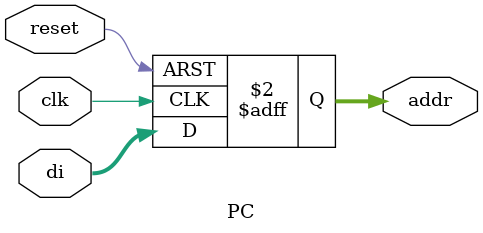
<source format=v>
`timescale 1ns / 1ps


module PC(
    input clk,
    input reset,
    input [31:0]di,
    output reg[31:0] addr
    );
always@(negedge clk or posedge reset)
begin
    if(reset)
        begin
        addr <= 0;
        end
    else
        begin
        addr <= di;
        end
end
endmodule

</source>
